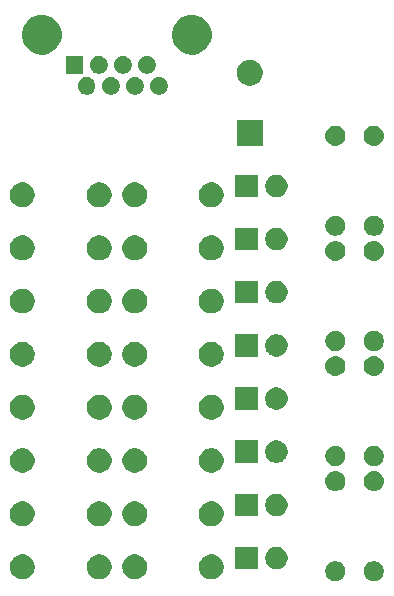
<source format=gbr>
G04 #@! TF.GenerationSoftware,KiCad,Pcbnew,(5.1.4)-1*
G04 #@! TF.CreationDate,2019-12-26T17:04:43+00:00*
G04 #@! TF.ProjectId,SPS-SN2-IOTester,5350532d-534e-4322-9d49-4f5465737465,rev?*
G04 #@! TF.SameCoordinates,Original*
G04 #@! TF.FileFunction,Soldermask,Top*
G04 #@! TF.FilePolarity,Negative*
%FSLAX46Y46*%
G04 Gerber Fmt 4.6, Leading zero omitted, Abs format (unit mm)*
G04 Created by KiCad (PCBNEW (5.1.4)-1) date 2019-12-26 17:04:43*
%MOMM*%
%LPD*%
G04 APERTURE LIST*
%ADD10C,0.100000*%
G04 APERTURE END LIST*
D10*
G36*
X140248228Y-91301703D02*
G01*
X140403100Y-91365853D01*
X140542481Y-91458985D01*
X140661015Y-91577519D01*
X140754147Y-91716900D01*
X140818297Y-91871772D01*
X140851000Y-92036184D01*
X140851000Y-92203816D01*
X140818297Y-92368228D01*
X140754147Y-92523100D01*
X140661015Y-92662481D01*
X140542481Y-92781015D01*
X140403100Y-92874147D01*
X140248228Y-92938297D01*
X140083816Y-92971000D01*
X139916184Y-92971000D01*
X139751772Y-92938297D01*
X139596900Y-92874147D01*
X139457519Y-92781015D01*
X139338985Y-92662481D01*
X139245853Y-92523100D01*
X139181703Y-92368228D01*
X139149000Y-92203816D01*
X139149000Y-92036184D01*
X139181703Y-91871772D01*
X139245853Y-91716900D01*
X139338985Y-91577519D01*
X139457519Y-91458985D01*
X139596900Y-91365853D01*
X139751772Y-91301703D01*
X139916184Y-91269000D01*
X140083816Y-91269000D01*
X140248228Y-91301703D01*
X140248228Y-91301703D01*
G37*
G36*
X136998228Y-91301703D02*
G01*
X137153100Y-91365853D01*
X137292481Y-91458985D01*
X137411015Y-91577519D01*
X137504147Y-91716900D01*
X137568297Y-91871772D01*
X137601000Y-92036184D01*
X137601000Y-92203816D01*
X137568297Y-92368228D01*
X137504147Y-92523100D01*
X137411015Y-92662481D01*
X137292481Y-92781015D01*
X137153100Y-92874147D01*
X136998228Y-92938297D01*
X136833816Y-92971000D01*
X136666184Y-92971000D01*
X136501772Y-92938297D01*
X136346900Y-92874147D01*
X136207519Y-92781015D01*
X136088985Y-92662481D01*
X135995853Y-92523100D01*
X135931703Y-92368228D01*
X135899000Y-92203816D01*
X135899000Y-92036184D01*
X135931703Y-91871772D01*
X135995853Y-91716900D01*
X136088985Y-91577519D01*
X136207519Y-91458985D01*
X136346900Y-91365853D01*
X136501772Y-91301703D01*
X136666184Y-91269000D01*
X136833816Y-91269000D01*
X136998228Y-91301703D01*
X136998228Y-91301703D01*
G37*
G36*
X110556564Y-90739389D02*
G01*
X110747833Y-90818615D01*
X110747835Y-90818616D01*
X110879113Y-90906333D01*
X110919973Y-90933635D01*
X111066365Y-91080027D01*
X111181385Y-91252167D01*
X111260611Y-91443436D01*
X111301000Y-91646484D01*
X111301000Y-91853516D01*
X111260611Y-92056564D01*
X111199618Y-92203815D01*
X111181384Y-92247835D01*
X111066365Y-92419973D01*
X110919973Y-92566365D01*
X110747835Y-92681384D01*
X110747834Y-92681385D01*
X110747833Y-92681385D01*
X110556564Y-92760611D01*
X110353516Y-92801000D01*
X110146484Y-92801000D01*
X109943436Y-92760611D01*
X109752167Y-92681385D01*
X109752166Y-92681385D01*
X109752165Y-92681384D01*
X109580027Y-92566365D01*
X109433635Y-92419973D01*
X109318616Y-92247835D01*
X109300382Y-92203815D01*
X109239389Y-92056564D01*
X109199000Y-91853516D01*
X109199000Y-91646484D01*
X109239389Y-91443436D01*
X109318615Y-91252167D01*
X109433635Y-91080027D01*
X109580027Y-90933635D01*
X109620887Y-90906333D01*
X109752165Y-90818616D01*
X109752167Y-90818615D01*
X109943436Y-90739389D01*
X110146484Y-90699000D01*
X110353516Y-90699000D01*
X110556564Y-90739389D01*
X110556564Y-90739389D01*
G37*
G36*
X120056564Y-90739389D02*
G01*
X120247833Y-90818615D01*
X120247835Y-90818616D01*
X120379113Y-90906333D01*
X120419973Y-90933635D01*
X120566365Y-91080027D01*
X120681385Y-91252167D01*
X120760611Y-91443436D01*
X120801000Y-91646484D01*
X120801000Y-91853516D01*
X120760611Y-92056564D01*
X120699618Y-92203815D01*
X120681384Y-92247835D01*
X120566365Y-92419973D01*
X120419973Y-92566365D01*
X120247835Y-92681384D01*
X120247834Y-92681385D01*
X120247833Y-92681385D01*
X120056564Y-92760611D01*
X119853516Y-92801000D01*
X119646484Y-92801000D01*
X119443436Y-92760611D01*
X119252167Y-92681385D01*
X119252166Y-92681385D01*
X119252165Y-92681384D01*
X119080027Y-92566365D01*
X118933635Y-92419973D01*
X118818616Y-92247835D01*
X118800382Y-92203815D01*
X118739389Y-92056564D01*
X118699000Y-91853516D01*
X118699000Y-91646484D01*
X118739389Y-91443436D01*
X118818615Y-91252167D01*
X118933635Y-91080027D01*
X119080027Y-90933635D01*
X119120887Y-90906333D01*
X119252165Y-90818616D01*
X119252167Y-90818615D01*
X119443436Y-90739389D01*
X119646484Y-90699000D01*
X119853516Y-90699000D01*
X120056564Y-90739389D01*
X120056564Y-90739389D01*
G37*
G36*
X126556564Y-90739389D02*
G01*
X126747833Y-90818615D01*
X126747835Y-90818616D01*
X126879113Y-90906333D01*
X126919973Y-90933635D01*
X127066365Y-91080027D01*
X127181385Y-91252167D01*
X127260611Y-91443436D01*
X127301000Y-91646484D01*
X127301000Y-91853516D01*
X127260611Y-92056564D01*
X127199618Y-92203815D01*
X127181384Y-92247835D01*
X127066365Y-92419973D01*
X126919973Y-92566365D01*
X126747835Y-92681384D01*
X126747834Y-92681385D01*
X126747833Y-92681385D01*
X126556564Y-92760611D01*
X126353516Y-92801000D01*
X126146484Y-92801000D01*
X125943436Y-92760611D01*
X125752167Y-92681385D01*
X125752166Y-92681385D01*
X125752165Y-92681384D01*
X125580027Y-92566365D01*
X125433635Y-92419973D01*
X125318616Y-92247835D01*
X125300382Y-92203815D01*
X125239389Y-92056564D01*
X125199000Y-91853516D01*
X125199000Y-91646484D01*
X125239389Y-91443436D01*
X125318615Y-91252167D01*
X125433635Y-91080027D01*
X125580027Y-90933635D01*
X125620887Y-90906333D01*
X125752165Y-90818616D01*
X125752167Y-90818615D01*
X125943436Y-90739389D01*
X126146484Y-90699000D01*
X126353516Y-90699000D01*
X126556564Y-90739389D01*
X126556564Y-90739389D01*
G37*
G36*
X117056564Y-90739389D02*
G01*
X117247833Y-90818615D01*
X117247835Y-90818616D01*
X117379113Y-90906333D01*
X117419973Y-90933635D01*
X117566365Y-91080027D01*
X117681385Y-91252167D01*
X117760611Y-91443436D01*
X117801000Y-91646484D01*
X117801000Y-91853516D01*
X117760611Y-92056564D01*
X117699618Y-92203815D01*
X117681384Y-92247835D01*
X117566365Y-92419973D01*
X117419973Y-92566365D01*
X117247835Y-92681384D01*
X117247834Y-92681385D01*
X117247833Y-92681385D01*
X117056564Y-92760611D01*
X116853516Y-92801000D01*
X116646484Y-92801000D01*
X116443436Y-92760611D01*
X116252167Y-92681385D01*
X116252166Y-92681385D01*
X116252165Y-92681384D01*
X116080027Y-92566365D01*
X115933635Y-92419973D01*
X115818616Y-92247835D01*
X115800382Y-92203815D01*
X115739389Y-92056564D01*
X115699000Y-91853516D01*
X115699000Y-91646484D01*
X115739389Y-91443436D01*
X115818615Y-91252167D01*
X115933635Y-91080027D01*
X116080027Y-90933635D01*
X116120887Y-90906333D01*
X116252165Y-90818616D01*
X116252167Y-90818615D01*
X116443436Y-90739389D01*
X116646484Y-90699000D01*
X116853516Y-90699000D01*
X117056564Y-90739389D01*
X117056564Y-90739389D01*
G37*
G36*
X130161000Y-91951000D02*
G01*
X128259000Y-91951000D01*
X128259000Y-90049000D01*
X130161000Y-90049000D01*
X130161000Y-91951000D01*
X130161000Y-91951000D01*
G37*
G36*
X132027395Y-90085546D02*
G01*
X132200466Y-90157234D01*
X132200467Y-90157235D01*
X132356227Y-90261310D01*
X132488690Y-90393773D01*
X132488691Y-90393775D01*
X132592766Y-90549534D01*
X132664454Y-90722605D01*
X132701000Y-90906333D01*
X132701000Y-91093667D01*
X132664454Y-91277395D01*
X132592766Y-91450466D01*
X132541081Y-91527818D01*
X132488690Y-91606227D01*
X132356227Y-91738690D01*
X132277818Y-91791081D01*
X132200466Y-91842766D01*
X132027395Y-91914454D01*
X131843667Y-91951000D01*
X131656333Y-91951000D01*
X131472605Y-91914454D01*
X131299534Y-91842766D01*
X131222182Y-91791081D01*
X131143773Y-91738690D01*
X131011310Y-91606227D01*
X130958919Y-91527818D01*
X130907234Y-91450466D01*
X130835546Y-91277395D01*
X130799000Y-91093667D01*
X130799000Y-90906333D01*
X130835546Y-90722605D01*
X130907234Y-90549534D01*
X131011309Y-90393775D01*
X131011310Y-90393773D01*
X131143773Y-90261310D01*
X131299533Y-90157235D01*
X131299534Y-90157234D01*
X131472605Y-90085546D01*
X131656333Y-90049000D01*
X131843667Y-90049000D01*
X132027395Y-90085546D01*
X132027395Y-90085546D01*
G37*
G36*
X120056564Y-86239389D02*
G01*
X120247833Y-86318615D01*
X120247835Y-86318616D01*
X120379113Y-86406333D01*
X120419973Y-86433635D01*
X120566365Y-86580027D01*
X120681385Y-86752167D01*
X120760611Y-86943436D01*
X120801000Y-87146484D01*
X120801000Y-87353516D01*
X120760611Y-87556564D01*
X120681385Y-87747833D01*
X120681384Y-87747835D01*
X120566365Y-87919973D01*
X120419973Y-88066365D01*
X120247835Y-88181384D01*
X120247834Y-88181385D01*
X120247833Y-88181385D01*
X120056564Y-88260611D01*
X119853516Y-88301000D01*
X119646484Y-88301000D01*
X119443436Y-88260611D01*
X119252167Y-88181385D01*
X119252166Y-88181385D01*
X119252165Y-88181384D01*
X119080027Y-88066365D01*
X118933635Y-87919973D01*
X118818616Y-87747835D01*
X118818615Y-87747833D01*
X118739389Y-87556564D01*
X118699000Y-87353516D01*
X118699000Y-87146484D01*
X118739389Y-86943436D01*
X118818615Y-86752167D01*
X118933635Y-86580027D01*
X119080027Y-86433635D01*
X119120887Y-86406333D01*
X119252165Y-86318616D01*
X119252167Y-86318615D01*
X119443436Y-86239389D01*
X119646484Y-86199000D01*
X119853516Y-86199000D01*
X120056564Y-86239389D01*
X120056564Y-86239389D01*
G37*
G36*
X126556564Y-86239389D02*
G01*
X126747833Y-86318615D01*
X126747835Y-86318616D01*
X126879113Y-86406333D01*
X126919973Y-86433635D01*
X127066365Y-86580027D01*
X127181385Y-86752167D01*
X127260611Y-86943436D01*
X127301000Y-87146484D01*
X127301000Y-87353516D01*
X127260611Y-87556564D01*
X127181385Y-87747833D01*
X127181384Y-87747835D01*
X127066365Y-87919973D01*
X126919973Y-88066365D01*
X126747835Y-88181384D01*
X126747834Y-88181385D01*
X126747833Y-88181385D01*
X126556564Y-88260611D01*
X126353516Y-88301000D01*
X126146484Y-88301000D01*
X125943436Y-88260611D01*
X125752167Y-88181385D01*
X125752166Y-88181385D01*
X125752165Y-88181384D01*
X125580027Y-88066365D01*
X125433635Y-87919973D01*
X125318616Y-87747835D01*
X125318615Y-87747833D01*
X125239389Y-87556564D01*
X125199000Y-87353516D01*
X125199000Y-87146484D01*
X125239389Y-86943436D01*
X125318615Y-86752167D01*
X125433635Y-86580027D01*
X125580027Y-86433635D01*
X125620887Y-86406333D01*
X125752165Y-86318616D01*
X125752167Y-86318615D01*
X125943436Y-86239389D01*
X126146484Y-86199000D01*
X126353516Y-86199000D01*
X126556564Y-86239389D01*
X126556564Y-86239389D01*
G37*
G36*
X117056564Y-86239389D02*
G01*
X117247833Y-86318615D01*
X117247835Y-86318616D01*
X117379113Y-86406333D01*
X117419973Y-86433635D01*
X117566365Y-86580027D01*
X117681385Y-86752167D01*
X117760611Y-86943436D01*
X117801000Y-87146484D01*
X117801000Y-87353516D01*
X117760611Y-87556564D01*
X117681385Y-87747833D01*
X117681384Y-87747835D01*
X117566365Y-87919973D01*
X117419973Y-88066365D01*
X117247835Y-88181384D01*
X117247834Y-88181385D01*
X117247833Y-88181385D01*
X117056564Y-88260611D01*
X116853516Y-88301000D01*
X116646484Y-88301000D01*
X116443436Y-88260611D01*
X116252167Y-88181385D01*
X116252166Y-88181385D01*
X116252165Y-88181384D01*
X116080027Y-88066365D01*
X115933635Y-87919973D01*
X115818616Y-87747835D01*
X115818615Y-87747833D01*
X115739389Y-87556564D01*
X115699000Y-87353516D01*
X115699000Y-87146484D01*
X115739389Y-86943436D01*
X115818615Y-86752167D01*
X115933635Y-86580027D01*
X116080027Y-86433635D01*
X116120887Y-86406333D01*
X116252165Y-86318616D01*
X116252167Y-86318615D01*
X116443436Y-86239389D01*
X116646484Y-86199000D01*
X116853516Y-86199000D01*
X117056564Y-86239389D01*
X117056564Y-86239389D01*
G37*
G36*
X110556564Y-86239389D02*
G01*
X110747833Y-86318615D01*
X110747835Y-86318616D01*
X110879113Y-86406333D01*
X110919973Y-86433635D01*
X111066365Y-86580027D01*
X111181385Y-86752167D01*
X111260611Y-86943436D01*
X111301000Y-87146484D01*
X111301000Y-87353516D01*
X111260611Y-87556564D01*
X111181385Y-87747833D01*
X111181384Y-87747835D01*
X111066365Y-87919973D01*
X110919973Y-88066365D01*
X110747835Y-88181384D01*
X110747834Y-88181385D01*
X110747833Y-88181385D01*
X110556564Y-88260611D01*
X110353516Y-88301000D01*
X110146484Y-88301000D01*
X109943436Y-88260611D01*
X109752167Y-88181385D01*
X109752166Y-88181385D01*
X109752165Y-88181384D01*
X109580027Y-88066365D01*
X109433635Y-87919973D01*
X109318616Y-87747835D01*
X109318615Y-87747833D01*
X109239389Y-87556564D01*
X109199000Y-87353516D01*
X109199000Y-87146484D01*
X109239389Y-86943436D01*
X109318615Y-86752167D01*
X109433635Y-86580027D01*
X109580027Y-86433635D01*
X109620887Y-86406333D01*
X109752165Y-86318616D01*
X109752167Y-86318615D01*
X109943436Y-86239389D01*
X110146484Y-86199000D01*
X110353516Y-86199000D01*
X110556564Y-86239389D01*
X110556564Y-86239389D01*
G37*
G36*
X132027395Y-85585546D02*
G01*
X132200466Y-85657234D01*
X132200467Y-85657235D01*
X132356227Y-85761310D01*
X132488690Y-85893773D01*
X132488691Y-85893775D01*
X132592766Y-86049534D01*
X132664454Y-86222605D01*
X132701000Y-86406333D01*
X132701000Y-86593667D01*
X132664454Y-86777395D01*
X132592766Y-86950466D01*
X132592765Y-86950467D01*
X132488690Y-87106227D01*
X132356227Y-87238690D01*
X132277818Y-87291081D01*
X132200466Y-87342766D01*
X132027395Y-87414454D01*
X131843667Y-87451000D01*
X131656333Y-87451000D01*
X131472605Y-87414454D01*
X131299534Y-87342766D01*
X131222182Y-87291081D01*
X131143773Y-87238690D01*
X131011310Y-87106227D01*
X130907235Y-86950467D01*
X130907234Y-86950466D01*
X130835546Y-86777395D01*
X130799000Y-86593667D01*
X130799000Y-86406333D01*
X130835546Y-86222605D01*
X130907234Y-86049534D01*
X131011309Y-85893775D01*
X131011310Y-85893773D01*
X131143773Y-85761310D01*
X131299533Y-85657235D01*
X131299534Y-85657234D01*
X131472605Y-85585546D01*
X131656333Y-85549000D01*
X131843667Y-85549000D01*
X132027395Y-85585546D01*
X132027395Y-85585546D01*
G37*
G36*
X130161000Y-87451000D02*
G01*
X128259000Y-87451000D01*
X128259000Y-85549000D01*
X130161000Y-85549000D01*
X130161000Y-87451000D01*
X130161000Y-87451000D01*
G37*
G36*
X140166823Y-83661313D02*
G01*
X140327242Y-83709976D01*
X140421971Y-83760610D01*
X140475078Y-83788996D01*
X140604659Y-83895341D01*
X140711004Y-84024922D01*
X140711005Y-84024924D01*
X140790024Y-84172758D01*
X140838687Y-84333177D01*
X140855117Y-84500000D01*
X140838687Y-84666823D01*
X140790024Y-84827242D01*
X140719114Y-84959906D01*
X140711004Y-84975078D01*
X140604659Y-85104659D01*
X140475078Y-85211004D01*
X140475076Y-85211005D01*
X140327242Y-85290024D01*
X140166823Y-85338687D01*
X140041804Y-85351000D01*
X139958196Y-85351000D01*
X139833177Y-85338687D01*
X139672758Y-85290024D01*
X139524924Y-85211005D01*
X139524922Y-85211004D01*
X139395341Y-85104659D01*
X139288996Y-84975078D01*
X139280886Y-84959906D01*
X139209976Y-84827242D01*
X139161313Y-84666823D01*
X139144883Y-84500000D01*
X139161313Y-84333177D01*
X139209976Y-84172758D01*
X139288995Y-84024924D01*
X139288996Y-84024922D01*
X139395341Y-83895341D01*
X139524922Y-83788996D01*
X139578029Y-83760610D01*
X139672758Y-83709976D01*
X139833177Y-83661313D01*
X139958196Y-83649000D01*
X140041804Y-83649000D01*
X140166823Y-83661313D01*
X140166823Y-83661313D01*
G37*
G36*
X136916823Y-83661313D02*
G01*
X137077242Y-83709976D01*
X137171971Y-83760610D01*
X137225078Y-83788996D01*
X137354659Y-83895341D01*
X137461004Y-84024922D01*
X137461005Y-84024924D01*
X137540024Y-84172758D01*
X137588687Y-84333177D01*
X137605117Y-84500000D01*
X137588687Y-84666823D01*
X137540024Y-84827242D01*
X137469114Y-84959906D01*
X137461004Y-84975078D01*
X137354659Y-85104659D01*
X137225078Y-85211004D01*
X137225076Y-85211005D01*
X137077242Y-85290024D01*
X136916823Y-85338687D01*
X136791804Y-85351000D01*
X136708196Y-85351000D01*
X136583177Y-85338687D01*
X136422758Y-85290024D01*
X136274924Y-85211005D01*
X136274922Y-85211004D01*
X136145341Y-85104659D01*
X136038996Y-84975078D01*
X136030886Y-84959906D01*
X135959976Y-84827242D01*
X135911313Y-84666823D01*
X135894883Y-84500000D01*
X135911313Y-84333177D01*
X135959976Y-84172758D01*
X136038995Y-84024924D01*
X136038996Y-84024922D01*
X136145341Y-83895341D01*
X136274922Y-83788996D01*
X136328029Y-83760610D01*
X136422758Y-83709976D01*
X136583177Y-83661313D01*
X136708196Y-83649000D01*
X136791804Y-83649000D01*
X136916823Y-83661313D01*
X136916823Y-83661313D01*
G37*
G36*
X126556564Y-81739389D02*
G01*
X126747833Y-81818615D01*
X126747835Y-81818616D01*
X126879113Y-81906333D01*
X126919973Y-81933635D01*
X127066365Y-82080027D01*
X127181385Y-82252167D01*
X127260611Y-82443436D01*
X127301000Y-82646484D01*
X127301000Y-82853516D01*
X127260611Y-83056564D01*
X127181385Y-83247833D01*
X127181384Y-83247835D01*
X127066365Y-83419973D01*
X126919973Y-83566365D01*
X126747835Y-83681384D01*
X126747834Y-83681385D01*
X126747833Y-83681385D01*
X126556564Y-83760611D01*
X126353516Y-83801000D01*
X126146484Y-83801000D01*
X125943436Y-83760611D01*
X125752167Y-83681385D01*
X125752166Y-83681385D01*
X125752165Y-83681384D01*
X125580027Y-83566365D01*
X125433635Y-83419973D01*
X125318616Y-83247835D01*
X125318615Y-83247833D01*
X125239389Y-83056564D01*
X125199000Y-82853516D01*
X125199000Y-82646484D01*
X125239389Y-82443436D01*
X125318615Y-82252167D01*
X125433635Y-82080027D01*
X125580027Y-81933635D01*
X125620887Y-81906333D01*
X125752165Y-81818616D01*
X125752167Y-81818615D01*
X125943436Y-81739389D01*
X126146484Y-81699000D01*
X126353516Y-81699000D01*
X126556564Y-81739389D01*
X126556564Y-81739389D01*
G37*
G36*
X110556564Y-81739389D02*
G01*
X110747833Y-81818615D01*
X110747835Y-81818616D01*
X110879113Y-81906333D01*
X110919973Y-81933635D01*
X111066365Y-82080027D01*
X111181385Y-82252167D01*
X111260611Y-82443436D01*
X111301000Y-82646484D01*
X111301000Y-82853516D01*
X111260611Y-83056564D01*
X111181385Y-83247833D01*
X111181384Y-83247835D01*
X111066365Y-83419973D01*
X110919973Y-83566365D01*
X110747835Y-83681384D01*
X110747834Y-83681385D01*
X110747833Y-83681385D01*
X110556564Y-83760611D01*
X110353516Y-83801000D01*
X110146484Y-83801000D01*
X109943436Y-83760611D01*
X109752167Y-83681385D01*
X109752166Y-83681385D01*
X109752165Y-83681384D01*
X109580027Y-83566365D01*
X109433635Y-83419973D01*
X109318616Y-83247835D01*
X109318615Y-83247833D01*
X109239389Y-83056564D01*
X109199000Y-82853516D01*
X109199000Y-82646484D01*
X109239389Y-82443436D01*
X109318615Y-82252167D01*
X109433635Y-82080027D01*
X109580027Y-81933635D01*
X109620887Y-81906333D01*
X109752165Y-81818616D01*
X109752167Y-81818615D01*
X109943436Y-81739389D01*
X110146484Y-81699000D01*
X110353516Y-81699000D01*
X110556564Y-81739389D01*
X110556564Y-81739389D01*
G37*
G36*
X120056564Y-81739389D02*
G01*
X120247833Y-81818615D01*
X120247835Y-81818616D01*
X120379113Y-81906333D01*
X120419973Y-81933635D01*
X120566365Y-82080027D01*
X120681385Y-82252167D01*
X120760611Y-82443436D01*
X120801000Y-82646484D01*
X120801000Y-82853516D01*
X120760611Y-83056564D01*
X120681385Y-83247833D01*
X120681384Y-83247835D01*
X120566365Y-83419973D01*
X120419973Y-83566365D01*
X120247835Y-83681384D01*
X120247834Y-83681385D01*
X120247833Y-83681385D01*
X120056564Y-83760611D01*
X119853516Y-83801000D01*
X119646484Y-83801000D01*
X119443436Y-83760611D01*
X119252167Y-83681385D01*
X119252166Y-83681385D01*
X119252165Y-83681384D01*
X119080027Y-83566365D01*
X118933635Y-83419973D01*
X118818616Y-83247835D01*
X118818615Y-83247833D01*
X118739389Y-83056564D01*
X118699000Y-82853516D01*
X118699000Y-82646484D01*
X118739389Y-82443436D01*
X118818615Y-82252167D01*
X118933635Y-82080027D01*
X119080027Y-81933635D01*
X119120887Y-81906333D01*
X119252165Y-81818616D01*
X119252167Y-81818615D01*
X119443436Y-81739389D01*
X119646484Y-81699000D01*
X119853516Y-81699000D01*
X120056564Y-81739389D01*
X120056564Y-81739389D01*
G37*
G36*
X117056564Y-81739389D02*
G01*
X117247833Y-81818615D01*
X117247835Y-81818616D01*
X117379113Y-81906333D01*
X117419973Y-81933635D01*
X117566365Y-82080027D01*
X117681385Y-82252167D01*
X117760611Y-82443436D01*
X117801000Y-82646484D01*
X117801000Y-82853516D01*
X117760611Y-83056564D01*
X117681385Y-83247833D01*
X117681384Y-83247835D01*
X117566365Y-83419973D01*
X117419973Y-83566365D01*
X117247835Y-83681384D01*
X117247834Y-83681385D01*
X117247833Y-83681385D01*
X117056564Y-83760611D01*
X116853516Y-83801000D01*
X116646484Y-83801000D01*
X116443436Y-83760611D01*
X116252167Y-83681385D01*
X116252166Y-83681385D01*
X116252165Y-83681384D01*
X116080027Y-83566365D01*
X115933635Y-83419973D01*
X115818616Y-83247835D01*
X115818615Y-83247833D01*
X115739389Y-83056564D01*
X115699000Y-82853516D01*
X115699000Y-82646484D01*
X115739389Y-82443436D01*
X115818615Y-82252167D01*
X115933635Y-82080027D01*
X116080027Y-81933635D01*
X116120887Y-81906333D01*
X116252165Y-81818616D01*
X116252167Y-81818615D01*
X116443436Y-81739389D01*
X116646484Y-81699000D01*
X116853516Y-81699000D01*
X117056564Y-81739389D01*
X117056564Y-81739389D01*
G37*
G36*
X136998228Y-81551703D02*
G01*
X137153100Y-81615853D01*
X137292481Y-81708985D01*
X137411015Y-81827519D01*
X137504147Y-81966900D01*
X137568297Y-82121772D01*
X137601000Y-82286184D01*
X137601000Y-82453816D01*
X137568297Y-82618228D01*
X137504147Y-82773100D01*
X137411015Y-82912481D01*
X137292481Y-83031015D01*
X137153100Y-83124147D01*
X136998228Y-83188297D01*
X136833816Y-83221000D01*
X136666184Y-83221000D01*
X136501772Y-83188297D01*
X136346900Y-83124147D01*
X136207519Y-83031015D01*
X136088985Y-82912481D01*
X135995853Y-82773100D01*
X135931703Y-82618228D01*
X135899000Y-82453816D01*
X135899000Y-82286184D01*
X135931703Y-82121772D01*
X135995853Y-81966900D01*
X136088985Y-81827519D01*
X136207519Y-81708985D01*
X136346900Y-81615853D01*
X136501772Y-81551703D01*
X136666184Y-81519000D01*
X136833816Y-81519000D01*
X136998228Y-81551703D01*
X136998228Y-81551703D01*
G37*
G36*
X140248228Y-81551703D02*
G01*
X140403100Y-81615853D01*
X140542481Y-81708985D01*
X140661015Y-81827519D01*
X140754147Y-81966900D01*
X140818297Y-82121772D01*
X140851000Y-82286184D01*
X140851000Y-82453816D01*
X140818297Y-82618228D01*
X140754147Y-82773100D01*
X140661015Y-82912481D01*
X140542481Y-83031015D01*
X140403100Y-83124147D01*
X140248228Y-83188297D01*
X140083816Y-83221000D01*
X139916184Y-83221000D01*
X139751772Y-83188297D01*
X139596900Y-83124147D01*
X139457519Y-83031015D01*
X139338985Y-82912481D01*
X139245853Y-82773100D01*
X139181703Y-82618228D01*
X139149000Y-82453816D01*
X139149000Y-82286184D01*
X139181703Y-82121772D01*
X139245853Y-81966900D01*
X139338985Y-81827519D01*
X139457519Y-81708985D01*
X139596900Y-81615853D01*
X139751772Y-81551703D01*
X139916184Y-81519000D01*
X140083816Y-81519000D01*
X140248228Y-81551703D01*
X140248228Y-81551703D01*
G37*
G36*
X132027395Y-81085546D02*
G01*
X132200466Y-81157234D01*
X132200467Y-81157235D01*
X132356227Y-81261310D01*
X132488690Y-81393773D01*
X132488691Y-81393775D01*
X132592766Y-81549534D01*
X132664454Y-81722605D01*
X132701000Y-81906333D01*
X132701000Y-82093667D01*
X132664454Y-82277395D01*
X132592766Y-82450466D01*
X132541081Y-82527818D01*
X132488690Y-82606227D01*
X132356227Y-82738690D01*
X132277818Y-82791081D01*
X132200466Y-82842766D01*
X132027395Y-82914454D01*
X131843667Y-82951000D01*
X131656333Y-82951000D01*
X131472605Y-82914454D01*
X131299534Y-82842766D01*
X131222182Y-82791081D01*
X131143773Y-82738690D01*
X131011310Y-82606227D01*
X130958919Y-82527818D01*
X130907234Y-82450466D01*
X130835546Y-82277395D01*
X130799000Y-82093667D01*
X130799000Y-81906333D01*
X130835546Y-81722605D01*
X130907234Y-81549534D01*
X131011309Y-81393775D01*
X131011310Y-81393773D01*
X131143773Y-81261310D01*
X131299533Y-81157235D01*
X131299534Y-81157234D01*
X131472605Y-81085546D01*
X131656333Y-81049000D01*
X131843667Y-81049000D01*
X132027395Y-81085546D01*
X132027395Y-81085546D01*
G37*
G36*
X130161000Y-82951000D02*
G01*
X128259000Y-82951000D01*
X128259000Y-81049000D01*
X130161000Y-81049000D01*
X130161000Y-82951000D01*
X130161000Y-82951000D01*
G37*
G36*
X110556564Y-77239389D02*
G01*
X110747833Y-77318615D01*
X110747835Y-77318616D01*
X110879113Y-77406333D01*
X110919973Y-77433635D01*
X111066365Y-77580027D01*
X111181385Y-77752167D01*
X111260611Y-77943436D01*
X111301000Y-78146484D01*
X111301000Y-78353516D01*
X111260611Y-78556564D01*
X111181385Y-78747833D01*
X111181384Y-78747835D01*
X111066365Y-78919973D01*
X110919973Y-79066365D01*
X110747835Y-79181384D01*
X110747834Y-79181385D01*
X110747833Y-79181385D01*
X110556564Y-79260611D01*
X110353516Y-79301000D01*
X110146484Y-79301000D01*
X109943436Y-79260611D01*
X109752167Y-79181385D01*
X109752166Y-79181385D01*
X109752165Y-79181384D01*
X109580027Y-79066365D01*
X109433635Y-78919973D01*
X109318616Y-78747835D01*
X109318615Y-78747833D01*
X109239389Y-78556564D01*
X109199000Y-78353516D01*
X109199000Y-78146484D01*
X109239389Y-77943436D01*
X109318615Y-77752167D01*
X109433635Y-77580027D01*
X109580027Y-77433635D01*
X109620887Y-77406333D01*
X109752165Y-77318616D01*
X109752167Y-77318615D01*
X109943436Y-77239389D01*
X110146484Y-77199000D01*
X110353516Y-77199000D01*
X110556564Y-77239389D01*
X110556564Y-77239389D01*
G37*
G36*
X126556564Y-77239389D02*
G01*
X126747833Y-77318615D01*
X126747835Y-77318616D01*
X126879113Y-77406333D01*
X126919973Y-77433635D01*
X127066365Y-77580027D01*
X127181385Y-77752167D01*
X127260611Y-77943436D01*
X127301000Y-78146484D01*
X127301000Y-78353516D01*
X127260611Y-78556564D01*
X127181385Y-78747833D01*
X127181384Y-78747835D01*
X127066365Y-78919973D01*
X126919973Y-79066365D01*
X126747835Y-79181384D01*
X126747834Y-79181385D01*
X126747833Y-79181385D01*
X126556564Y-79260611D01*
X126353516Y-79301000D01*
X126146484Y-79301000D01*
X125943436Y-79260611D01*
X125752167Y-79181385D01*
X125752166Y-79181385D01*
X125752165Y-79181384D01*
X125580027Y-79066365D01*
X125433635Y-78919973D01*
X125318616Y-78747835D01*
X125318615Y-78747833D01*
X125239389Y-78556564D01*
X125199000Y-78353516D01*
X125199000Y-78146484D01*
X125239389Y-77943436D01*
X125318615Y-77752167D01*
X125433635Y-77580027D01*
X125580027Y-77433635D01*
X125620887Y-77406333D01*
X125752165Y-77318616D01*
X125752167Y-77318615D01*
X125943436Y-77239389D01*
X126146484Y-77199000D01*
X126353516Y-77199000D01*
X126556564Y-77239389D01*
X126556564Y-77239389D01*
G37*
G36*
X120056564Y-77239389D02*
G01*
X120247833Y-77318615D01*
X120247835Y-77318616D01*
X120379113Y-77406333D01*
X120419973Y-77433635D01*
X120566365Y-77580027D01*
X120681385Y-77752167D01*
X120760611Y-77943436D01*
X120801000Y-78146484D01*
X120801000Y-78353516D01*
X120760611Y-78556564D01*
X120681385Y-78747833D01*
X120681384Y-78747835D01*
X120566365Y-78919973D01*
X120419973Y-79066365D01*
X120247835Y-79181384D01*
X120247834Y-79181385D01*
X120247833Y-79181385D01*
X120056564Y-79260611D01*
X119853516Y-79301000D01*
X119646484Y-79301000D01*
X119443436Y-79260611D01*
X119252167Y-79181385D01*
X119252166Y-79181385D01*
X119252165Y-79181384D01*
X119080027Y-79066365D01*
X118933635Y-78919973D01*
X118818616Y-78747835D01*
X118818615Y-78747833D01*
X118739389Y-78556564D01*
X118699000Y-78353516D01*
X118699000Y-78146484D01*
X118739389Y-77943436D01*
X118818615Y-77752167D01*
X118933635Y-77580027D01*
X119080027Y-77433635D01*
X119120887Y-77406333D01*
X119252165Y-77318616D01*
X119252167Y-77318615D01*
X119443436Y-77239389D01*
X119646484Y-77199000D01*
X119853516Y-77199000D01*
X120056564Y-77239389D01*
X120056564Y-77239389D01*
G37*
G36*
X117056564Y-77239389D02*
G01*
X117247833Y-77318615D01*
X117247835Y-77318616D01*
X117379113Y-77406333D01*
X117419973Y-77433635D01*
X117566365Y-77580027D01*
X117681385Y-77752167D01*
X117760611Y-77943436D01*
X117801000Y-78146484D01*
X117801000Y-78353516D01*
X117760611Y-78556564D01*
X117681385Y-78747833D01*
X117681384Y-78747835D01*
X117566365Y-78919973D01*
X117419973Y-79066365D01*
X117247835Y-79181384D01*
X117247834Y-79181385D01*
X117247833Y-79181385D01*
X117056564Y-79260611D01*
X116853516Y-79301000D01*
X116646484Y-79301000D01*
X116443436Y-79260611D01*
X116252167Y-79181385D01*
X116252166Y-79181385D01*
X116252165Y-79181384D01*
X116080027Y-79066365D01*
X115933635Y-78919973D01*
X115818616Y-78747835D01*
X115818615Y-78747833D01*
X115739389Y-78556564D01*
X115699000Y-78353516D01*
X115699000Y-78146484D01*
X115739389Y-77943436D01*
X115818615Y-77752167D01*
X115933635Y-77580027D01*
X116080027Y-77433635D01*
X116120887Y-77406333D01*
X116252165Y-77318616D01*
X116252167Y-77318615D01*
X116443436Y-77239389D01*
X116646484Y-77199000D01*
X116853516Y-77199000D01*
X117056564Y-77239389D01*
X117056564Y-77239389D01*
G37*
G36*
X130161000Y-78451000D02*
G01*
X128259000Y-78451000D01*
X128259000Y-76549000D01*
X130161000Y-76549000D01*
X130161000Y-78451000D01*
X130161000Y-78451000D01*
G37*
G36*
X132027395Y-76585546D02*
G01*
X132200466Y-76657234D01*
X132200467Y-76657235D01*
X132356227Y-76761310D01*
X132488690Y-76893773D01*
X132488691Y-76893775D01*
X132592766Y-77049534D01*
X132664454Y-77222605D01*
X132701000Y-77406333D01*
X132701000Y-77593667D01*
X132664454Y-77777395D01*
X132592766Y-77950466D01*
X132592765Y-77950467D01*
X132488690Y-78106227D01*
X132356227Y-78238690D01*
X132277818Y-78291081D01*
X132200466Y-78342766D01*
X132027395Y-78414454D01*
X131843667Y-78451000D01*
X131656333Y-78451000D01*
X131472605Y-78414454D01*
X131299534Y-78342766D01*
X131222182Y-78291081D01*
X131143773Y-78238690D01*
X131011310Y-78106227D01*
X130907235Y-77950467D01*
X130907234Y-77950466D01*
X130835546Y-77777395D01*
X130799000Y-77593667D01*
X130799000Y-77406333D01*
X130835546Y-77222605D01*
X130907234Y-77049534D01*
X131011309Y-76893775D01*
X131011310Y-76893773D01*
X131143773Y-76761310D01*
X131299533Y-76657235D01*
X131299534Y-76657234D01*
X131472605Y-76585546D01*
X131656333Y-76549000D01*
X131843667Y-76549000D01*
X132027395Y-76585546D01*
X132027395Y-76585546D01*
G37*
G36*
X140166823Y-73911313D02*
G01*
X140327242Y-73959976D01*
X140459906Y-74030886D01*
X140475078Y-74038996D01*
X140604659Y-74145341D01*
X140711004Y-74274922D01*
X140711005Y-74274924D01*
X140790024Y-74422758D01*
X140838687Y-74583177D01*
X140855117Y-74750000D01*
X140838687Y-74916823D01*
X140790024Y-75077242D01*
X140719114Y-75209906D01*
X140711004Y-75225078D01*
X140604659Y-75354659D01*
X140475078Y-75461004D01*
X140475076Y-75461005D01*
X140327242Y-75540024D01*
X140166823Y-75588687D01*
X140041804Y-75601000D01*
X139958196Y-75601000D01*
X139833177Y-75588687D01*
X139672758Y-75540024D01*
X139524924Y-75461005D01*
X139524922Y-75461004D01*
X139395341Y-75354659D01*
X139288996Y-75225078D01*
X139280886Y-75209906D01*
X139209976Y-75077242D01*
X139161313Y-74916823D01*
X139144883Y-74750000D01*
X139161313Y-74583177D01*
X139209976Y-74422758D01*
X139288995Y-74274924D01*
X139288996Y-74274922D01*
X139395341Y-74145341D01*
X139524922Y-74038996D01*
X139540094Y-74030886D01*
X139672758Y-73959976D01*
X139833177Y-73911313D01*
X139958196Y-73899000D01*
X140041804Y-73899000D01*
X140166823Y-73911313D01*
X140166823Y-73911313D01*
G37*
G36*
X136916823Y-73911313D02*
G01*
X137077242Y-73959976D01*
X137209906Y-74030886D01*
X137225078Y-74038996D01*
X137354659Y-74145341D01*
X137461004Y-74274922D01*
X137461005Y-74274924D01*
X137540024Y-74422758D01*
X137588687Y-74583177D01*
X137605117Y-74750000D01*
X137588687Y-74916823D01*
X137540024Y-75077242D01*
X137469114Y-75209906D01*
X137461004Y-75225078D01*
X137354659Y-75354659D01*
X137225078Y-75461004D01*
X137225076Y-75461005D01*
X137077242Y-75540024D01*
X136916823Y-75588687D01*
X136791804Y-75601000D01*
X136708196Y-75601000D01*
X136583177Y-75588687D01*
X136422758Y-75540024D01*
X136274924Y-75461005D01*
X136274922Y-75461004D01*
X136145341Y-75354659D01*
X136038996Y-75225078D01*
X136030886Y-75209906D01*
X135959976Y-75077242D01*
X135911313Y-74916823D01*
X135894883Y-74750000D01*
X135911313Y-74583177D01*
X135959976Y-74422758D01*
X136038995Y-74274924D01*
X136038996Y-74274922D01*
X136145341Y-74145341D01*
X136274922Y-74038996D01*
X136290094Y-74030886D01*
X136422758Y-73959976D01*
X136583177Y-73911313D01*
X136708196Y-73899000D01*
X136791804Y-73899000D01*
X136916823Y-73911313D01*
X136916823Y-73911313D01*
G37*
G36*
X110556564Y-72739389D02*
G01*
X110747833Y-72818615D01*
X110747835Y-72818616D01*
X110822086Y-72868229D01*
X110919973Y-72933635D01*
X111066365Y-73080027D01*
X111181385Y-73252167D01*
X111260611Y-73443436D01*
X111301000Y-73646484D01*
X111301000Y-73853516D01*
X111260611Y-74056564D01*
X111223838Y-74145341D01*
X111181384Y-74247835D01*
X111066365Y-74419973D01*
X110919973Y-74566365D01*
X110747835Y-74681384D01*
X110747834Y-74681385D01*
X110747833Y-74681385D01*
X110556564Y-74760611D01*
X110353516Y-74801000D01*
X110146484Y-74801000D01*
X109943436Y-74760611D01*
X109752167Y-74681385D01*
X109752166Y-74681385D01*
X109752165Y-74681384D01*
X109580027Y-74566365D01*
X109433635Y-74419973D01*
X109318616Y-74247835D01*
X109276162Y-74145341D01*
X109239389Y-74056564D01*
X109199000Y-73853516D01*
X109199000Y-73646484D01*
X109239389Y-73443436D01*
X109318615Y-73252167D01*
X109433635Y-73080027D01*
X109580027Y-72933635D01*
X109677914Y-72868229D01*
X109752165Y-72818616D01*
X109752167Y-72818615D01*
X109943436Y-72739389D01*
X110146484Y-72699000D01*
X110353516Y-72699000D01*
X110556564Y-72739389D01*
X110556564Y-72739389D01*
G37*
G36*
X126556564Y-72739389D02*
G01*
X126747833Y-72818615D01*
X126747835Y-72818616D01*
X126822086Y-72868229D01*
X126919973Y-72933635D01*
X127066365Y-73080027D01*
X127181385Y-73252167D01*
X127260611Y-73443436D01*
X127301000Y-73646484D01*
X127301000Y-73853516D01*
X127260611Y-74056564D01*
X127223838Y-74145341D01*
X127181384Y-74247835D01*
X127066365Y-74419973D01*
X126919973Y-74566365D01*
X126747835Y-74681384D01*
X126747834Y-74681385D01*
X126747833Y-74681385D01*
X126556564Y-74760611D01*
X126353516Y-74801000D01*
X126146484Y-74801000D01*
X125943436Y-74760611D01*
X125752167Y-74681385D01*
X125752166Y-74681385D01*
X125752165Y-74681384D01*
X125580027Y-74566365D01*
X125433635Y-74419973D01*
X125318616Y-74247835D01*
X125276162Y-74145341D01*
X125239389Y-74056564D01*
X125199000Y-73853516D01*
X125199000Y-73646484D01*
X125239389Y-73443436D01*
X125318615Y-73252167D01*
X125433635Y-73080027D01*
X125580027Y-72933635D01*
X125677914Y-72868229D01*
X125752165Y-72818616D01*
X125752167Y-72818615D01*
X125943436Y-72739389D01*
X126146484Y-72699000D01*
X126353516Y-72699000D01*
X126556564Y-72739389D01*
X126556564Y-72739389D01*
G37*
G36*
X120056564Y-72739389D02*
G01*
X120247833Y-72818615D01*
X120247835Y-72818616D01*
X120322086Y-72868229D01*
X120419973Y-72933635D01*
X120566365Y-73080027D01*
X120681385Y-73252167D01*
X120760611Y-73443436D01*
X120801000Y-73646484D01*
X120801000Y-73853516D01*
X120760611Y-74056564D01*
X120723838Y-74145341D01*
X120681384Y-74247835D01*
X120566365Y-74419973D01*
X120419973Y-74566365D01*
X120247835Y-74681384D01*
X120247834Y-74681385D01*
X120247833Y-74681385D01*
X120056564Y-74760611D01*
X119853516Y-74801000D01*
X119646484Y-74801000D01*
X119443436Y-74760611D01*
X119252167Y-74681385D01*
X119252166Y-74681385D01*
X119252165Y-74681384D01*
X119080027Y-74566365D01*
X118933635Y-74419973D01*
X118818616Y-74247835D01*
X118776162Y-74145341D01*
X118739389Y-74056564D01*
X118699000Y-73853516D01*
X118699000Y-73646484D01*
X118739389Y-73443436D01*
X118818615Y-73252167D01*
X118933635Y-73080027D01*
X119080027Y-72933635D01*
X119177914Y-72868229D01*
X119252165Y-72818616D01*
X119252167Y-72818615D01*
X119443436Y-72739389D01*
X119646484Y-72699000D01*
X119853516Y-72699000D01*
X120056564Y-72739389D01*
X120056564Y-72739389D01*
G37*
G36*
X117056564Y-72739389D02*
G01*
X117247833Y-72818615D01*
X117247835Y-72818616D01*
X117322086Y-72868229D01*
X117419973Y-72933635D01*
X117566365Y-73080027D01*
X117681385Y-73252167D01*
X117760611Y-73443436D01*
X117801000Y-73646484D01*
X117801000Y-73853516D01*
X117760611Y-74056564D01*
X117723838Y-74145341D01*
X117681384Y-74247835D01*
X117566365Y-74419973D01*
X117419973Y-74566365D01*
X117247835Y-74681384D01*
X117247834Y-74681385D01*
X117247833Y-74681385D01*
X117056564Y-74760611D01*
X116853516Y-74801000D01*
X116646484Y-74801000D01*
X116443436Y-74760611D01*
X116252167Y-74681385D01*
X116252166Y-74681385D01*
X116252165Y-74681384D01*
X116080027Y-74566365D01*
X115933635Y-74419973D01*
X115818616Y-74247835D01*
X115776162Y-74145341D01*
X115739389Y-74056564D01*
X115699000Y-73853516D01*
X115699000Y-73646484D01*
X115739389Y-73443436D01*
X115818615Y-73252167D01*
X115933635Y-73080027D01*
X116080027Y-72933635D01*
X116177914Y-72868229D01*
X116252165Y-72818616D01*
X116252167Y-72818615D01*
X116443436Y-72739389D01*
X116646484Y-72699000D01*
X116853516Y-72699000D01*
X117056564Y-72739389D01*
X117056564Y-72739389D01*
G37*
G36*
X130161000Y-73951000D02*
G01*
X128259000Y-73951000D01*
X128259000Y-72049000D01*
X130161000Y-72049000D01*
X130161000Y-73951000D01*
X130161000Y-73951000D01*
G37*
G36*
X132027395Y-72085546D02*
G01*
X132200466Y-72157234D01*
X132200467Y-72157235D01*
X132356227Y-72261310D01*
X132488690Y-72393773D01*
X132488691Y-72393775D01*
X132592766Y-72549534D01*
X132664454Y-72722605D01*
X132701000Y-72906333D01*
X132701000Y-73093667D01*
X132664454Y-73277395D01*
X132592766Y-73450466D01*
X132541081Y-73527818D01*
X132488690Y-73606227D01*
X132356227Y-73738690D01*
X132277818Y-73791081D01*
X132200466Y-73842766D01*
X132027395Y-73914454D01*
X131843667Y-73951000D01*
X131656333Y-73951000D01*
X131472605Y-73914454D01*
X131299534Y-73842766D01*
X131222182Y-73791081D01*
X131143773Y-73738690D01*
X131011310Y-73606227D01*
X130958919Y-73527818D01*
X130907234Y-73450466D01*
X130835546Y-73277395D01*
X130799000Y-73093667D01*
X130799000Y-72906333D01*
X130835546Y-72722605D01*
X130907234Y-72549534D01*
X131011309Y-72393775D01*
X131011310Y-72393773D01*
X131143773Y-72261310D01*
X131299533Y-72157235D01*
X131299534Y-72157234D01*
X131472605Y-72085546D01*
X131656333Y-72049000D01*
X131843667Y-72049000D01*
X132027395Y-72085546D01*
X132027395Y-72085546D01*
G37*
G36*
X140248228Y-71801703D02*
G01*
X140403100Y-71865853D01*
X140542481Y-71958985D01*
X140661015Y-72077519D01*
X140754147Y-72216900D01*
X140818297Y-72371772D01*
X140851000Y-72536184D01*
X140851000Y-72703816D01*
X140818297Y-72868228D01*
X140754147Y-73023100D01*
X140661015Y-73162481D01*
X140542481Y-73281015D01*
X140403100Y-73374147D01*
X140248228Y-73438297D01*
X140083816Y-73471000D01*
X139916184Y-73471000D01*
X139751772Y-73438297D01*
X139596900Y-73374147D01*
X139457519Y-73281015D01*
X139338985Y-73162481D01*
X139245853Y-73023100D01*
X139181703Y-72868228D01*
X139149000Y-72703816D01*
X139149000Y-72536184D01*
X139181703Y-72371772D01*
X139245853Y-72216900D01*
X139338985Y-72077519D01*
X139457519Y-71958985D01*
X139596900Y-71865853D01*
X139751772Y-71801703D01*
X139916184Y-71769000D01*
X140083816Y-71769000D01*
X140248228Y-71801703D01*
X140248228Y-71801703D01*
G37*
G36*
X136998228Y-71801703D02*
G01*
X137153100Y-71865853D01*
X137292481Y-71958985D01*
X137411015Y-72077519D01*
X137504147Y-72216900D01*
X137568297Y-72371772D01*
X137601000Y-72536184D01*
X137601000Y-72703816D01*
X137568297Y-72868228D01*
X137504147Y-73023100D01*
X137411015Y-73162481D01*
X137292481Y-73281015D01*
X137153100Y-73374147D01*
X136998228Y-73438297D01*
X136833816Y-73471000D01*
X136666184Y-73471000D01*
X136501772Y-73438297D01*
X136346900Y-73374147D01*
X136207519Y-73281015D01*
X136088985Y-73162481D01*
X135995853Y-73023100D01*
X135931703Y-72868228D01*
X135899000Y-72703816D01*
X135899000Y-72536184D01*
X135931703Y-72371772D01*
X135995853Y-72216900D01*
X136088985Y-72077519D01*
X136207519Y-71958985D01*
X136346900Y-71865853D01*
X136501772Y-71801703D01*
X136666184Y-71769000D01*
X136833816Y-71769000D01*
X136998228Y-71801703D01*
X136998228Y-71801703D01*
G37*
G36*
X110556564Y-68239389D02*
G01*
X110747833Y-68318615D01*
X110747835Y-68318616D01*
X110879113Y-68406333D01*
X110919973Y-68433635D01*
X111066365Y-68580027D01*
X111181385Y-68752167D01*
X111260611Y-68943436D01*
X111301000Y-69146484D01*
X111301000Y-69353516D01*
X111260611Y-69556564D01*
X111181385Y-69747833D01*
X111181384Y-69747835D01*
X111066365Y-69919973D01*
X110919973Y-70066365D01*
X110747835Y-70181384D01*
X110747834Y-70181385D01*
X110747833Y-70181385D01*
X110556564Y-70260611D01*
X110353516Y-70301000D01*
X110146484Y-70301000D01*
X109943436Y-70260611D01*
X109752167Y-70181385D01*
X109752166Y-70181385D01*
X109752165Y-70181384D01*
X109580027Y-70066365D01*
X109433635Y-69919973D01*
X109318616Y-69747835D01*
X109318615Y-69747833D01*
X109239389Y-69556564D01*
X109199000Y-69353516D01*
X109199000Y-69146484D01*
X109239389Y-68943436D01*
X109318615Y-68752167D01*
X109433635Y-68580027D01*
X109580027Y-68433635D01*
X109620887Y-68406333D01*
X109752165Y-68318616D01*
X109752167Y-68318615D01*
X109943436Y-68239389D01*
X110146484Y-68199000D01*
X110353516Y-68199000D01*
X110556564Y-68239389D01*
X110556564Y-68239389D01*
G37*
G36*
X120056564Y-68239389D02*
G01*
X120247833Y-68318615D01*
X120247835Y-68318616D01*
X120379113Y-68406333D01*
X120419973Y-68433635D01*
X120566365Y-68580027D01*
X120681385Y-68752167D01*
X120760611Y-68943436D01*
X120801000Y-69146484D01*
X120801000Y-69353516D01*
X120760611Y-69556564D01*
X120681385Y-69747833D01*
X120681384Y-69747835D01*
X120566365Y-69919973D01*
X120419973Y-70066365D01*
X120247835Y-70181384D01*
X120247834Y-70181385D01*
X120247833Y-70181385D01*
X120056564Y-70260611D01*
X119853516Y-70301000D01*
X119646484Y-70301000D01*
X119443436Y-70260611D01*
X119252167Y-70181385D01*
X119252166Y-70181385D01*
X119252165Y-70181384D01*
X119080027Y-70066365D01*
X118933635Y-69919973D01*
X118818616Y-69747835D01*
X118818615Y-69747833D01*
X118739389Y-69556564D01*
X118699000Y-69353516D01*
X118699000Y-69146484D01*
X118739389Y-68943436D01*
X118818615Y-68752167D01*
X118933635Y-68580027D01*
X119080027Y-68433635D01*
X119120887Y-68406333D01*
X119252165Y-68318616D01*
X119252167Y-68318615D01*
X119443436Y-68239389D01*
X119646484Y-68199000D01*
X119853516Y-68199000D01*
X120056564Y-68239389D01*
X120056564Y-68239389D01*
G37*
G36*
X126556564Y-68239389D02*
G01*
X126747833Y-68318615D01*
X126747835Y-68318616D01*
X126879113Y-68406333D01*
X126919973Y-68433635D01*
X127066365Y-68580027D01*
X127181385Y-68752167D01*
X127260611Y-68943436D01*
X127301000Y-69146484D01*
X127301000Y-69353516D01*
X127260611Y-69556564D01*
X127181385Y-69747833D01*
X127181384Y-69747835D01*
X127066365Y-69919973D01*
X126919973Y-70066365D01*
X126747835Y-70181384D01*
X126747834Y-70181385D01*
X126747833Y-70181385D01*
X126556564Y-70260611D01*
X126353516Y-70301000D01*
X126146484Y-70301000D01*
X125943436Y-70260611D01*
X125752167Y-70181385D01*
X125752166Y-70181385D01*
X125752165Y-70181384D01*
X125580027Y-70066365D01*
X125433635Y-69919973D01*
X125318616Y-69747835D01*
X125318615Y-69747833D01*
X125239389Y-69556564D01*
X125199000Y-69353516D01*
X125199000Y-69146484D01*
X125239389Y-68943436D01*
X125318615Y-68752167D01*
X125433635Y-68580027D01*
X125580027Y-68433635D01*
X125620887Y-68406333D01*
X125752165Y-68318616D01*
X125752167Y-68318615D01*
X125943436Y-68239389D01*
X126146484Y-68199000D01*
X126353516Y-68199000D01*
X126556564Y-68239389D01*
X126556564Y-68239389D01*
G37*
G36*
X117056564Y-68239389D02*
G01*
X117247833Y-68318615D01*
X117247835Y-68318616D01*
X117379113Y-68406333D01*
X117419973Y-68433635D01*
X117566365Y-68580027D01*
X117681385Y-68752167D01*
X117760611Y-68943436D01*
X117801000Y-69146484D01*
X117801000Y-69353516D01*
X117760611Y-69556564D01*
X117681385Y-69747833D01*
X117681384Y-69747835D01*
X117566365Y-69919973D01*
X117419973Y-70066365D01*
X117247835Y-70181384D01*
X117247834Y-70181385D01*
X117247833Y-70181385D01*
X117056564Y-70260611D01*
X116853516Y-70301000D01*
X116646484Y-70301000D01*
X116443436Y-70260611D01*
X116252167Y-70181385D01*
X116252166Y-70181385D01*
X116252165Y-70181384D01*
X116080027Y-70066365D01*
X115933635Y-69919973D01*
X115818616Y-69747835D01*
X115818615Y-69747833D01*
X115739389Y-69556564D01*
X115699000Y-69353516D01*
X115699000Y-69146484D01*
X115739389Y-68943436D01*
X115818615Y-68752167D01*
X115933635Y-68580027D01*
X116080027Y-68433635D01*
X116120887Y-68406333D01*
X116252165Y-68318616D01*
X116252167Y-68318615D01*
X116443436Y-68239389D01*
X116646484Y-68199000D01*
X116853516Y-68199000D01*
X117056564Y-68239389D01*
X117056564Y-68239389D01*
G37*
G36*
X132027395Y-67585546D02*
G01*
X132200466Y-67657234D01*
X132200467Y-67657235D01*
X132356227Y-67761310D01*
X132488690Y-67893773D01*
X132488691Y-67893775D01*
X132592766Y-68049534D01*
X132664454Y-68222605D01*
X132701000Y-68406333D01*
X132701000Y-68593667D01*
X132664454Y-68777395D01*
X132592766Y-68950466D01*
X132592765Y-68950467D01*
X132488690Y-69106227D01*
X132356227Y-69238690D01*
X132277818Y-69291081D01*
X132200466Y-69342766D01*
X132027395Y-69414454D01*
X131843667Y-69451000D01*
X131656333Y-69451000D01*
X131472605Y-69414454D01*
X131299534Y-69342766D01*
X131222182Y-69291081D01*
X131143773Y-69238690D01*
X131011310Y-69106227D01*
X130907235Y-68950467D01*
X130907234Y-68950466D01*
X130835546Y-68777395D01*
X130799000Y-68593667D01*
X130799000Y-68406333D01*
X130835546Y-68222605D01*
X130907234Y-68049534D01*
X131011309Y-67893775D01*
X131011310Y-67893773D01*
X131143773Y-67761310D01*
X131299533Y-67657235D01*
X131299534Y-67657234D01*
X131472605Y-67585546D01*
X131656333Y-67549000D01*
X131843667Y-67549000D01*
X132027395Y-67585546D01*
X132027395Y-67585546D01*
G37*
G36*
X130161000Y-69451000D02*
G01*
X128259000Y-69451000D01*
X128259000Y-67549000D01*
X130161000Y-67549000D01*
X130161000Y-69451000D01*
X130161000Y-69451000D01*
G37*
G36*
X140166823Y-64161313D02*
G01*
X140327242Y-64209976D01*
X140453374Y-64277395D01*
X140475078Y-64288996D01*
X140604659Y-64395341D01*
X140711004Y-64524922D01*
X140711005Y-64524924D01*
X140790024Y-64672758D01*
X140838687Y-64833177D01*
X140855117Y-65000000D01*
X140838687Y-65166823D01*
X140790024Y-65327242D01*
X140740458Y-65419973D01*
X140711004Y-65475078D01*
X140604659Y-65604659D01*
X140475078Y-65711004D01*
X140475076Y-65711005D01*
X140327242Y-65790024D01*
X140166823Y-65838687D01*
X140041804Y-65851000D01*
X139958196Y-65851000D01*
X139833177Y-65838687D01*
X139672758Y-65790024D01*
X139524924Y-65711005D01*
X139524922Y-65711004D01*
X139395341Y-65604659D01*
X139288996Y-65475078D01*
X139259542Y-65419973D01*
X139209976Y-65327242D01*
X139161313Y-65166823D01*
X139144883Y-65000000D01*
X139161313Y-64833177D01*
X139209976Y-64672758D01*
X139288995Y-64524924D01*
X139288996Y-64524922D01*
X139395341Y-64395341D01*
X139524922Y-64288996D01*
X139546626Y-64277395D01*
X139672758Y-64209976D01*
X139833177Y-64161313D01*
X139958196Y-64149000D01*
X140041804Y-64149000D01*
X140166823Y-64161313D01*
X140166823Y-64161313D01*
G37*
G36*
X136916823Y-64161313D02*
G01*
X137077242Y-64209976D01*
X137203374Y-64277395D01*
X137225078Y-64288996D01*
X137354659Y-64395341D01*
X137461004Y-64524922D01*
X137461005Y-64524924D01*
X137540024Y-64672758D01*
X137588687Y-64833177D01*
X137605117Y-65000000D01*
X137588687Y-65166823D01*
X137540024Y-65327242D01*
X137490458Y-65419973D01*
X137461004Y-65475078D01*
X137354659Y-65604659D01*
X137225078Y-65711004D01*
X137225076Y-65711005D01*
X137077242Y-65790024D01*
X136916823Y-65838687D01*
X136791804Y-65851000D01*
X136708196Y-65851000D01*
X136583177Y-65838687D01*
X136422758Y-65790024D01*
X136274924Y-65711005D01*
X136274922Y-65711004D01*
X136145341Y-65604659D01*
X136038996Y-65475078D01*
X136009542Y-65419973D01*
X135959976Y-65327242D01*
X135911313Y-65166823D01*
X135894883Y-65000000D01*
X135911313Y-64833177D01*
X135959976Y-64672758D01*
X136038995Y-64524924D01*
X136038996Y-64524922D01*
X136145341Y-64395341D01*
X136274922Y-64288996D01*
X136296626Y-64277395D01*
X136422758Y-64209976D01*
X136583177Y-64161313D01*
X136708196Y-64149000D01*
X136791804Y-64149000D01*
X136916823Y-64161313D01*
X136916823Y-64161313D01*
G37*
G36*
X110556564Y-63739389D02*
G01*
X110747833Y-63818615D01*
X110747835Y-63818616D01*
X110919973Y-63933635D01*
X111066365Y-64080027D01*
X111153194Y-64209975D01*
X111181385Y-64252167D01*
X111260611Y-64443436D01*
X111301000Y-64646484D01*
X111301000Y-64853516D01*
X111260611Y-65056564D01*
X111181385Y-65247833D01*
X111181384Y-65247835D01*
X111066365Y-65419973D01*
X110919973Y-65566365D01*
X110747835Y-65681384D01*
X110747834Y-65681385D01*
X110747833Y-65681385D01*
X110556564Y-65760611D01*
X110353516Y-65801000D01*
X110146484Y-65801000D01*
X109943436Y-65760611D01*
X109752167Y-65681385D01*
X109752166Y-65681385D01*
X109752165Y-65681384D01*
X109580027Y-65566365D01*
X109433635Y-65419973D01*
X109318616Y-65247835D01*
X109318615Y-65247833D01*
X109239389Y-65056564D01*
X109199000Y-64853516D01*
X109199000Y-64646484D01*
X109239389Y-64443436D01*
X109318615Y-64252167D01*
X109346807Y-64209975D01*
X109433635Y-64080027D01*
X109580027Y-63933635D01*
X109752165Y-63818616D01*
X109752167Y-63818615D01*
X109943436Y-63739389D01*
X110146484Y-63699000D01*
X110353516Y-63699000D01*
X110556564Y-63739389D01*
X110556564Y-63739389D01*
G37*
G36*
X126556564Y-63739389D02*
G01*
X126747833Y-63818615D01*
X126747835Y-63818616D01*
X126919973Y-63933635D01*
X127066365Y-64080027D01*
X127153194Y-64209975D01*
X127181385Y-64252167D01*
X127260611Y-64443436D01*
X127301000Y-64646484D01*
X127301000Y-64853516D01*
X127260611Y-65056564D01*
X127181385Y-65247833D01*
X127181384Y-65247835D01*
X127066365Y-65419973D01*
X126919973Y-65566365D01*
X126747835Y-65681384D01*
X126747834Y-65681385D01*
X126747833Y-65681385D01*
X126556564Y-65760611D01*
X126353516Y-65801000D01*
X126146484Y-65801000D01*
X125943436Y-65760611D01*
X125752167Y-65681385D01*
X125752166Y-65681385D01*
X125752165Y-65681384D01*
X125580027Y-65566365D01*
X125433635Y-65419973D01*
X125318616Y-65247835D01*
X125318615Y-65247833D01*
X125239389Y-65056564D01*
X125199000Y-64853516D01*
X125199000Y-64646484D01*
X125239389Y-64443436D01*
X125318615Y-64252167D01*
X125346807Y-64209975D01*
X125433635Y-64080027D01*
X125580027Y-63933635D01*
X125752165Y-63818616D01*
X125752167Y-63818615D01*
X125943436Y-63739389D01*
X126146484Y-63699000D01*
X126353516Y-63699000D01*
X126556564Y-63739389D01*
X126556564Y-63739389D01*
G37*
G36*
X120056564Y-63739389D02*
G01*
X120247833Y-63818615D01*
X120247835Y-63818616D01*
X120419973Y-63933635D01*
X120566365Y-64080027D01*
X120653194Y-64209975D01*
X120681385Y-64252167D01*
X120760611Y-64443436D01*
X120801000Y-64646484D01*
X120801000Y-64853516D01*
X120760611Y-65056564D01*
X120681385Y-65247833D01*
X120681384Y-65247835D01*
X120566365Y-65419973D01*
X120419973Y-65566365D01*
X120247835Y-65681384D01*
X120247834Y-65681385D01*
X120247833Y-65681385D01*
X120056564Y-65760611D01*
X119853516Y-65801000D01*
X119646484Y-65801000D01*
X119443436Y-65760611D01*
X119252167Y-65681385D01*
X119252166Y-65681385D01*
X119252165Y-65681384D01*
X119080027Y-65566365D01*
X118933635Y-65419973D01*
X118818616Y-65247835D01*
X118818615Y-65247833D01*
X118739389Y-65056564D01*
X118699000Y-64853516D01*
X118699000Y-64646484D01*
X118739389Y-64443436D01*
X118818615Y-64252167D01*
X118846807Y-64209975D01*
X118933635Y-64080027D01*
X119080027Y-63933635D01*
X119252165Y-63818616D01*
X119252167Y-63818615D01*
X119443436Y-63739389D01*
X119646484Y-63699000D01*
X119853516Y-63699000D01*
X120056564Y-63739389D01*
X120056564Y-63739389D01*
G37*
G36*
X117056564Y-63739389D02*
G01*
X117247833Y-63818615D01*
X117247835Y-63818616D01*
X117419973Y-63933635D01*
X117566365Y-64080027D01*
X117653194Y-64209975D01*
X117681385Y-64252167D01*
X117760611Y-64443436D01*
X117801000Y-64646484D01*
X117801000Y-64853516D01*
X117760611Y-65056564D01*
X117681385Y-65247833D01*
X117681384Y-65247835D01*
X117566365Y-65419973D01*
X117419973Y-65566365D01*
X117247835Y-65681384D01*
X117247834Y-65681385D01*
X117247833Y-65681385D01*
X117056564Y-65760611D01*
X116853516Y-65801000D01*
X116646484Y-65801000D01*
X116443436Y-65760611D01*
X116252167Y-65681385D01*
X116252166Y-65681385D01*
X116252165Y-65681384D01*
X116080027Y-65566365D01*
X115933635Y-65419973D01*
X115818616Y-65247835D01*
X115818615Y-65247833D01*
X115739389Y-65056564D01*
X115699000Y-64853516D01*
X115699000Y-64646484D01*
X115739389Y-64443436D01*
X115818615Y-64252167D01*
X115846807Y-64209975D01*
X115933635Y-64080027D01*
X116080027Y-63933635D01*
X116252165Y-63818616D01*
X116252167Y-63818615D01*
X116443436Y-63739389D01*
X116646484Y-63699000D01*
X116853516Y-63699000D01*
X117056564Y-63739389D01*
X117056564Y-63739389D01*
G37*
G36*
X132027395Y-63085546D02*
G01*
X132200466Y-63157234D01*
X132200467Y-63157235D01*
X132356227Y-63261310D01*
X132488690Y-63393773D01*
X132501190Y-63412481D01*
X132592766Y-63549534D01*
X132664454Y-63722605D01*
X132701000Y-63906333D01*
X132701000Y-64093667D01*
X132664454Y-64277395D01*
X132592766Y-64450466D01*
X132592765Y-64450467D01*
X132488690Y-64606227D01*
X132356227Y-64738690D01*
X132277818Y-64791081D01*
X132200466Y-64842766D01*
X132027395Y-64914454D01*
X131843667Y-64951000D01*
X131656333Y-64951000D01*
X131472605Y-64914454D01*
X131299534Y-64842766D01*
X131222182Y-64791081D01*
X131143773Y-64738690D01*
X131011310Y-64606227D01*
X130907235Y-64450467D01*
X130907234Y-64450466D01*
X130835546Y-64277395D01*
X130799000Y-64093667D01*
X130799000Y-63906333D01*
X130835546Y-63722605D01*
X130907234Y-63549534D01*
X130998810Y-63412481D01*
X131011310Y-63393773D01*
X131143773Y-63261310D01*
X131299533Y-63157235D01*
X131299534Y-63157234D01*
X131472605Y-63085546D01*
X131656333Y-63049000D01*
X131843667Y-63049000D01*
X132027395Y-63085546D01*
X132027395Y-63085546D01*
G37*
G36*
X130161000Y-64951000D02*
G01*
X128259000Y-64951000D01*
X128259000Y-63049000D01*
X130161000Y-63049000D01*
X130161000Y-64951000D01*
X130161000Y-64951000D01*
G37*
G36*
X140248228Y-62051703D02*
G01*
X140403100Y-62115853D01*
X140542481Y-62208985D01*
X140661015Y-62327519D01*
X140754147Y-62466900D01*
X140818297Y-62621772D01*
X140851000Y-62786184D01*
X140851000Y-62953816D01*
X140818297Y-63118228D01*
X140754147Y-63273100D01*
X140661015Y-63412481D01*
X140542481Y-63531015D01*
X140403100Y-63624147D01*
X140248228Y-63688297D01*
X140083816Y-63721000D01*
X139916184Y-63721000D01*
X139751772Y-63688297D01*
X139596900Y-63624147D01*
X139457519Y-63531015D01*
X139338985Y-63412481D01*
X139245853Y-63273100D01*
X139181703Y-63118228D01*
X139149000Y-62953816D01*
X139149000Y-62786184D01*
X139181703Y-62621772D01*
X139245853Y-62466900D01*
X139338985Y-62327519D01*
X139457519Y-62208985D01*
X139596900Y-62115853D01*
X139751772Y-62051703D01*
X139916184Y-62019000D01*
X140083816Y-62019000D01*
X140248228Y-62051703D01*
X140248228Y-62051703D01*
G37*
G36*
X136998228Y-62051703D02*
G01*
X137153100Y-62115853D01*
X137292481Y-62208985D01*
X137411015Y-62327519D01*
X137504147Y-62466900D01*
X137568297Y-62621772D01*
X137601000Y-62786184D01*
X137601000Y-62953816D01*
X137568297Y-63118228D01*
X137504147Y-63273100D01*
X137411015Y-63412481D01*
X137292481Y-63531015D01*
X137153100Y-63624147D01*
X136998228Y-63688297D01*
X136833816Y-63721000D01*
X136666184Y-63721000D01*
X136501772Y-63688297D01*
X136346900Y-63624147D01*
X136207519Y-63531015D01*
X136088985Y-63412481D01*
X135995853Y-63273100D01*
X135931703Y-63118228D01*
X135899000Y-62953816D01*
X135899000Y-62786184D01*
X135931703Y-62621772D01*
X135995853Y-62466900D01*
X136088985Y-62327519D01*
X136207519Y-62208985D01*
X136346900Y-62115853D01*
X136501772Y-62051703D01*
X136666184Y-62019000D01*
X136833816Y-62019000D01*
X136998228Y-62051703D01*
X136998228Y-62051703D01*
G37*
G36*
X126556564Y-59239389D02*
G01*
X126747833Y-59318615D01*
X126747835Y-59318616D01*
X126879113Y-59406333D01*
X126919973Y-59433635D01*
X127066365Y-59580027D01*
X127181385Y-59752167D01*
X127260611Y-59943436D01*
X127301000Y-60146484D01*
X127301000Y-60353516D01*
X127260611Y-60556564D01*
X127181385Y-60747833D01*
X127181384Y-60747835D01*
X127066365Y-60919973D01*
X126919973Y-61066365D01*
X126747835Y-61181384D01*
X126747834Y-61181385D01*
X126747833Y-61181385D01*
X126556564Y-61260611D01*
X126353516Y-61301000D01*
X126146484Y-61301000D01*
X125943436Y-61260611D01*
X125752167Y-61181385D01*
X125752166Y-61181385D01*
X125752165Y-61181384D01*
X125580027Y-61066365D01*
X125433635Y-60919973D01*
X125318616Y-60747835D01*
X125318615Y-60747833D01*
X125239389Y-60556564D01*
X125199000Y-60353516D01*
X125199000Y-60146484D01*
X125239389Y-59943436D01*
X125318615Y-59752167D01*
X125433635Y-59580027D01*
X125580027Y-59433635D01*
X125620887Y-59406333D01*
X125752165Y-59318616D01*
X125752167Y-59318615D01*
X125943436Y-59239389D01*
X126146484Y-59199000D01*
X126353516Y-59199000D01*
X126556564Y-59239389D01*
X126556564Y-59239389D01*
G37*
G36*
X110556564Y-59239389D02*
G01*
X110747833Y-59318615D01*
X110747835Y-59318616D01*
X110879113Y-59406333D01*
X110919973Y-59433635D01*
X111066365Y-59580027D01*
X111181385Y-59752167D01*
X111260611Y-59943436D01*
X111301000Y-60146484D01*
X111301000Y-60353516D01*
X111260611Y-60556564D01*
X111181385Y-60747833D01*
X111181384Y-60747835D01*
X111066365Y-60919973D01*
X110919973Y-61066365D01*
X110747835Y-61181384D01*
X110747834Y-61181385D01*
X110747833Y-61181385D01*
X110556564Y-61260611D01*
X110353516Y-61301000D01*
X110146484Y-61301000D01*
X109943436Y-61260611D01*
X109752167Y-61181385D01*
X109752166Y-61181385D01*
X109752165Y-61181384D01*
X109580027Y-61066365D01*
X109433635Y-60919973D01*
X109318616Y-60747835D01*
X109318615Y-60747833D01*
X109239389Y-60556564D01*
X109199000Y-60353516D01*
X109199000Y-60146484D01*
X109239389Y-59943436D01*
X109318615Y-59752167D01*
X109433635Y-59580027D01*
X109580027Y-59433635D01*
X109620887Y-59406333D01*
X109752165Y-59318616D01*
X109752167Y-59318615D01*
X109943436Y-59239389D01*
X110146484Y-59199000D01*
X110353516Y-59199000D01*
X110556564Y-59239389D01*
X110556564Y-59239389D01*
G37*
G36*
X120056564Y-59239389D02*
G01*
X120247833Y-59318615D01*
X120247835Y-59318616D01*
X120379113Y-59406333D01*
X120419973Y-59433635D01*
X120566365Y-59580027D01*
X120681385Y-59752167D01*
X120760611Y-59943436D01*
X120801000Y-60146484D01*
X120801000Y-60353516D01*
X120760611Y-60556564D01*
X120681385Y-60747833D01*
X120681384Y-60747835D01*
X120566365Y-60919973D01*
X120419973Y-61066365D01*
X120247835Y-61181384D01*
X120247834Y-61181385D01*
X120247833Y-61181385D01*
X120056564Y-61260611D01*
X119853516Y-61301000D01*
X119646484Y-61301000D01*
X119443436Y-61260611D01*
X119252167Y-61181385D01*
X119252166Y-61181385D01*
X119252165Y-61181384D01*
X119080027Y-61066365D01*
X118933635Y-60919973D01*
X118818616Y-60747835D01*
X118818615Y-60747833D01*
X118739389Y-60556564D01*
X118699000Y-60353516D01*
X118699000Y-60146484D01*
X118739389Y-59943436D01*
X118818615Y-59752167D01*
X118933635Y-59580027D01*
X119080027Y-59433635D01*
X119120887Y-59406333D01*
X119252165Y-59318616D01*
X119252167Y-59318615D01*
X119443436Y-59239389D01*
X119646484Y-59199000D01*
X119853516Y-59199000D01*
X120056564Y-59239389D01*
X120056564Y-59239389D01*
G37*
G36*
X117056564Y-59239389D02*
G01*
X117247833Y-59318615D01*
X117247835Y-59318616D01*
X117379113Y-59406333D01*
X117419973Y-59433635D01*
X117566365Y-59580027D01*
X117681385Y-59752167D01*
X117760611Y-59943436D01*
X117801000Y-60146484D01*
X117801000Y-60353516D01*
X117760611Y-60556564D01*
X117681385Y-60747833D01*
X117681384Y-60747835D01*
X117566365Y-60919973D01*
X117419973Y-61066365D01*
X117247835Y-61181384D01*
X117247834Y-61181385D01*
X117247833Y-61181385D01*
X117056564Y-61260611D01*
X116853516Y-61301000D01*
X116646484Y-61301000D01*
X116443436Y-61260611D01*
X116252167Y-61181385D01*
X116252166Y-61181385D01*
X116252165Y-61181384D01*
X116080027Y-61066365D01*
X115933635Y-60919973D01*
X115818616Y-60747835D01*
X115818615Y-60747833D01*
X115739389Y-60556564D01*
X115699000Y-60353516D01*
X115699000Y-60146484D01*
X115739389Y-59943436D01*
X115818615Y-59752167D01*
X115933635Y-59580027D01*
X116080027Y-59433635D01*
X116120887Y-59406333D01*
X116252165Y-59318616D01*
X116252167Y-59318615D01*
X116443436Y-59239389D01*
X116646484Y-59199000D01*
X116853516Y-59199000D01*
X117056564Y-59239389D01*
X117056564Y-59239389D01*
G37*
G36*
X132027395Y-58585546D02*
G01*
X132200466Y-58657234D01*
X132200467Y-58657235D01*
X132356227Y-58761310D01*
X132488690Y-58893773D01*
X132488691Y-58893775D01*
X132592766Y-59049534D01*
X132664454Y-59222605D01*
X132701000Y-59406333D01*
X132701000Y-59593667D01*
X132664454Y-59777395D01*
X132592766Y-59950466D01*
X132592765Y-59950467D01*
X132488690Y-60106227D01*
X132356227Y-60238690D01*
X132277818Y-60291081D01*
X132200466Y-60342766D01*
X132027395Y-60414454D01*
X131843667Y-60451000D01*
X131656333Y-60451000D01*
X131472605Y-60414454D01*
X131299534Y-60342766D01*
X131222182Y-60291081D01*
X131143773Y-60238690D01*
X131011310Y-60106227D01*
X130907235Y-59950467D01*
X130907234Y-59950466D01*
X130835546Y-59777395D01*
X130799000Y-59593667D01*
X130799000Y-59406333D01*
X130835546Y-59222605D01*
X130907234Y-59049534D01*
X131011309Y-58893775D01*
X131011310Y-58893773D01*
X131143773Y-58761310D01*
X131299533Y-58657235D01*
X131299534Y-58657234D01*
X131472605Y-58585546D01*
X131656333Y-58549000D01*
X131843667Y-58549000D01*
X132027395Y-58585546D01*
X132027395Y-58585546D01*
G37*
G36*
X130161000Y-60451000D02*
G01*
X128259000Y-60451000D01*
X128259000Y-58549000D01*
X130161000Y-58549000D01*
X130161000Y-60451000D01*
X130161000Y-60451000D01*
G37*
G36*
X140166823Y-54411313D02*
G01*
X140327242Y-54459976D01*
X140459906Y-54530886D01*
X140475078Y-54538996D01*
X140604659Y-54645341D01*
X140711004Y-54774922D01*
X140711005Y-54774924D01*
X140790024Y-54922758D01*
X140838687Y-55083177D01*
X140855117Y-55250000D01*
X140838687Y-55416823D01*
X140790024Y-55577242D01*
X140719114Y-55709906D01*
X140711004Y-55725078D01*
X140604659Y-55854659D01*
X140475078Y-55961004D01*
X140475076Y-55961005D01*
X140327242Y-56040024D01*
X140166823Y-56088687D01*
X140041804Y-56101000D01*
X139958196Y-56101000D01*
X139833177Y-56088687D01*
X139672758Y-56040024D01*
X139524924Y-55961005D01*
X139524922Y-55961004D01*
X139395341Y-55854659D01*
X139288996Y-55725078D01*
X139280886Y-55709906D01*
X139209976Y-55577242D01*
X139161313Y-55416823D01*
X139144883Y-55250000D01*
X139161313Y-55083177D01*
X139209976Y-54922758D01*
X139288995Y-54774924D01*
X139288996Y-54774922D01*
X139395341Y-54645341D01*
X139524922Y-54538996D01*
X139540094Y-54530886D01*
X139672758Y-54459976D01*
X139833177Y-54411313D01*
X139958196Y-54399000D01*
X140041804Y-54399000D01*
X140166823Y-54411313D01*
X140166823Y-54411313D01*
G37*
G36*
X136916823Y-54411313D02*
G01*
X137077242Y-54459976D01*
X137209906Y-54530886D01*
X137225078Y-54538996D01*
X137354659Y-54645341D01*
X137461004Y-54774922D01*
X137461005Y-54774924D01*
X137540024Y-54922758D01*
X137588687Y-55083177D01*
X137605117Y-55250000D01*
X137588687Y-55416823D01*
X137540024Y-55577242D01*
X137469114Y-55709906D01*
X137461004Y-55725078D01*
X137354659Y-55854659D01*
X137225078Y-55961004D01*
X137225076Y-55961005D01*
X137077242Y-56040024D01*
X136916823Y-56088687D01*
X136791804Y-56101000D01*
X136708196Y-56101000D01*
X136583177Y-56088687D01*
X136422758Y-56040024D01*
X136274924Y-55961005D01*
X136274922Y-55961004D01*
X136145341Y-55854659D01*
X136038996Y-55725078D01*
X136030886Y-55709906D01*
X135959976Y-55577242D01*
X135911313Y-55416823D01*
X135894883Y-55250000D01*
X135911313Y-55083177D01*
X135959976Y-54922758D01*
X136038995Y-54774924D01*
X136038996Y-54774922D01*
X136145341Y-54645341D01*
X136274922Y-54538996D01*
X136290094Y-54530886D01*
X136422758Y-54459976D01*
X136583177Y-54411313D01*
X136708196Y-54399000D01*
X136791804Y-54399000D01*
X136916823Y-54411313D01*
X136916823Y-54411313D01*
G37*
G36*
X130601000Y-56101000D02*
G01*
X128399000Y-56101000D01*
X128399000Y-53899000D01*
X130601000Y-53899000D01*
X130601000Y-56101000D01*
X130601000Y-56101000D01*
G37*
G36*
X119988766Y-50308821D02*
G01*
X120125257Y-50365358D01*
X120248097Y-50447437D01*
X120352563Y-50551903D01*
X120434642Y-50674743D01*
X120491179Y-50811234D01*
X120520000Y-50956130D01*
X120520000Y-51103870D01*
X120491179Y-51248766D01*
X120434642Y-51385257D01*
X120352563Y-51508097D01*
X120248097Y-51612563D01*
X120125257Y-51694642D01*
X119988766Y-51751179D01*
X119843870Y-51780000D01*
X119696130Y-51780000D01*
X119551234Y-51751179D01*
X119414743Y-51694642D01*
X119291903Y-51612563D01*
X119187437Y-51508097D01*
X119105358Y-51385257D01*
X119048821Y-51248766D01*
X119020000Y-51103870D01*
X119020000Y-50956130D01*
X119048821Y-50811234D01*
X119105358Y-50674743D01*
X119187437Y-50551903D01*
X119291903Y-50447437D01*
X119414743Y-50365358D01*
X119551234Y-50308821D01*
X119696130Y-50280000D01*
X119843870Y-50280000D01*
X119988766Y-50308821D01*
X119988766Y-50308821D01*
G37*
G36*
X115908766Y-50308821D02*
G01*
X116045257Y-50365358D01*
X116168097Y-50447437D01*
X116272563Y-50551903D01*
X116354642Y-50674743D01*
X116411179Y-50811234D01*
X116440000Y-50956130D01*
X116440000Y-51103870D01*
X116411179Y-51248766D01*
X116354642Y-51385257D01*
X116272563Y-51508097D01*
X116168097Y-51612563D01*
X116045257Y-51694642D01*
X115908766Y-51751179D01*
X115763870Y-51780000D01*
X115616130Y-51780000D01*
X115471234Y-51751179D01*
X115334743Y-51694642D01*
X115211903Y-51612563D01*
X115107437Y-51508097D01*
X115025358Y-51385257D01*
X114968821Y-51248766D01*
X114940000Y-51103870D01*
X114940000Y-50956130D01*
X114968821Y-50811234D01*
X115025358Y-50674743D01*
X115107437Y-50551903D01*
X115211903Y-50447437D01*
X115334743Y-50365358D01*
X115471234Y-50308821D01*
X115616130Y-50280000D01*
X115763870Y-50280000D01*
X115908766Y-50308821D01*
X115908766Y-50308821D01*
G37*
G36*
X122028766Y-50308821D02*
G01*
X122165257Y-50365358D01*
X122288097Y-50447437D01*
X122392563Y-50551903D01*
X122474642Y-50674743D01*
X122531179Y-50811234D01*
X122560000Y-50956130D01*
X122560000Y-51103870D01*
X122531179Y-51248766D01*
X122474642Y-51385257D01*
X122392563Y-51508097D01*
X122288097Y-51612563D01*
X122165257Y-51694642D01*
X122028766Y-51751179D01*
X121883870Y-51780000D01*
X121736130Y-51780000D01*
X121591234Y-51751179D01*
X121454743Y-51694642D01*
X121331903Y-51612563D01*
X121227437Y-51508097D01*
X121145358Y-51385257D01*
X121088821Y-51248766D01*
X121060000Y-51103870D01*
X121060000Y-50956130D01*
X121088821Y-50811234D01*
X121145358Y-50674743D01*
X121227437Y-50551903D01*
X121331903Y-50447437D01*
X121454743Y-50365358D01*
X121591234Y-50308821D01*
X121736130Y-50280000D01*
X121883870Y-50280000D01*
X122028766Y-50308821D01*
X122028766Y-50308821D01*
G37*
G36*
X117948766Y-50308821D02*
G01*
X118085257Y-50365358D01*
X118208097Y-50447437D01*
X118312563Y-50551903D01*
X118394642Y-50674743D01*
X118451179Y-50811234D01*
X118480000Y-50956130D01*
X118480000Y-51103870D01*
X118451179Y-51248766D01*
X118394642Y-51385257D01*
X118312563Y-51508097D01*
X118208097Y-51612563D01*
X118085257Y-51694642D01*
X117948766Y-51751179D01*
X117803870Y-51780000D01*
X117656130Y-51780000D01*
X117511234Y-51751179D01*
X117374743Y-51694642D01*
X117251903Y-51612563D01*
X117147437Y-51508097D01*
X117065358Y-51385257D01*
X117008821Y-51248766D01*
X116980000Y-51103870D01*
X116980000Y-50956130D01*
X117008821Y-50811234D01*
X117065358Y-50674743D01*
X117147437Y-50551903D01*
X117251903Y-50447437D01*
X117374743Y-50365358D01*
X117511234Y-50308821D01*
X117656130Y-50280000D01*
X117803870Y-50280000D01*
X117948766Y-50308821D01*
X117948766Y-50308821D01*
G37*
G36*
X129714794Y-48840155D02*
G01*
X129821150Y-48861311D01*
X129921334Y-48902809D01*
X130021520Y-48944307D01*
X130201844Y-49064795D01*
X130355205Y-49218156D01*
X130475693Y-49398480D01*
X130475693Y-49398481D01*
X130558689Y-49598850D01*
X130601000Y-49811561D01*
X130601000Y-50028439D01*
X130558689Y-50241150D01*
X130530658Y-50308822D01*
X130475693Y-50441520D01*
X130355205Y-50621844D01*
X130201844Y-50775205D01*
X130021520Y-50895693D01*
X129821150Y-50978689D01*
X129714794Y-50999845D01*
X129608440Y-51021000D01*
X129391560Y-51021000D01*
X129285205Y-50999844D01*
X129178850Y-50978689D01*
X128978480Y-50895693D01*
X128798156Y-50775205D01*
X128644795Y-50621844D01*
X128524307Y-50441520D01*
X128469342Y-50308822D01*
X128441311Y-50241150D01*
X128399000Y-50028439D01*
X128399000Y-49811561D01*
X128441311Y-49598850D01*
X128524307Y-49398481D01*
X128524307Y-49398480D01*
X128644795Y-49218156D01*
X128798156Y-49064795D01*
X128978480Y-48944307D01*
X129078666Y-48902809D01*
X129178850Y-48861311D01*
X129285205Y-48840156D01*
X129391560Y-48819000D01*
X129608440Y-48819000D01*
X129714794Y-48840155D01*
X129714794Y-48840155D01*
G37*
G36*
X115420000Y-50000000D02*
G01*
X113920000Y-50000000D01*
X113920000Y-48500000D01*
X115420000Y-48500000D01*
X115420000Y-50000000D01*
X115420000Y-50000000D01*
G37*
G36*
X116928766Y-48528821D02*
G01*
X117065257Y-48585358D01*
X117188097Y-48667437D01*
X117292563Y-48771903D01*
X117374642Y-48894743D01*
X117431179Y-49031234D01*
X117460000Y-49176130D01*
X117460000Y-49323870D01*
X117431179Y-49468766D01*
X117374642Y-49605257D01*
X117292563Y-49728097D01*
X117188097Y-49832563D01*
X117065257Y-49914642D01*
X116928766Y-49971179D01*
X116783870Y-50000000D01*
X116636130Y-50000000D01*
X116491234Y-49971179D01*
X116354743Y-49914642D01*
X116231903Y-49832563D01*
X116127437Y-49728097D01*
X116045358Y-49605257D01*
X115988821Y-49468766D01*
X115960000Y-49323870D01*
X115960000Y-49176130D01*
X115988821Y-49031234D01*
X116045358Y-48894743D01*
X116127437Y-48771903D01*
X116231903Y-48667437D01*
X116354743Y-48585358D01*
X116491234Y-48528821D01*
X116636130Y-48500000D01*
X116783870Y-48500000D01*
X116928766Y-48528821D01*
X116928766Y-48528821D01*
G37*
G36*
X118968766Y-48528821D02*
G01*
X119105257Y-48585358D01*
X119228097Y-48667437D01*
X119332563Y-48771903D01*
X119414642Y-48894743D01*
X119471179Y-49031234D01*
X119500000Y-49176130D01*
X119500000Y-49323870D01*
X119471179Y-49468766D01*
X119414642Y-49605257D01*
X119332563Y-49728097D01*
X119228097Y-49832563D01*
X119105257Y-49914642D01*
X118968766Y-49971179D01*
X118823870Y-50000000D01*
X118676130Y-50000000D01*
X118531234Y-49971179D01*
X118394743Y-49914642D01*
X118271903Y-49832563D01*
X118167437Y-49728097D01*
X118085358Y-49605257D01*
X118028821Y-49468766D01*
X118000000Y-49323870D01*
X118000000Y-49176130D01*
X118028821Y-49031234D01*
X118085358Y-48894743D01*
X118167437Y-48771903D01*
X118271903Y-48667437D01*
X118394743Y-48585358D01*
X118531234Y-48528821D01*
X118676130Y-48500000D01*
X118823870Y-48500000D01*
X118968766Y-48528821D01*
X118968766Y-48528821D01*
G37*
G36*
X121008766Y-48528821D02*
G01*
X121145257Y-48585358D01*
X121268097Y-48667437D01*
X121372563Y-48771903D01*
X121454642Y-48894743D01*
X121511179Y-49031234D01*
X121540000Y-49176130D01*
X121540000Y-49323870D01*
X121511179Y-49468766D01*
X121454642Y-49605257D01*
X121372563Y-49728097D01*
X121268097Y-49832563D01*
X121145257Y-49914642D01*
X121008766Y-49971179D01*
X120863870Y-50000000D01*
X120716130Y-50000000D01*
X120571234Y-49971179D01*
X120434743Y-49914642D01*
X120311903Y-49832563D01*
X120207437Y-49728097D01*
X120125358Y-49605257D01*
X120068821Y-49468766D01*
X120040000Y-49323870D01*
X120040000Y-49176130D01*
X120068821Y-49031234D01*
X120125358Y-48894743D01*
X120207437Y-48771903D01*
X120311903Y-48667437D01*
X120434743Y-48585358D01*
X120571234Y-48528821D01*
X120716130Y-48500000D01*
X120863870Y-48500000D01*
X121008766Y-48528821D01*
X121008766Y-48528821D01*
G37*
G36*
X112388871Y-45098408D02*
G01*
X112693883Y-45224748D01*
X112968387Y-45408166D01*
X113201834Y-45641613D01*
X113385252Y-45916117D01*
X113511592Y-46221129D01*
X113576000Y-46544928D01*
X113576000Y-46875072D01*
X113511592Y-47198871D01*
X113385252Y-47503883D01*
X113201834Y-47778387D01*
X112968387Y-48011834D01*
X112693883Y-48195252D01*
X112388871Y-48321592D01*
X112065073Y-48386000D01*
X111734927Y-48386000D01*
X111573029Y-48353796D01*
X111411129Y-48321592D01*
X111106117Y-48195252D01*
X110831613Y-48011834D01*
X110598166Y-47778387D01*
X110414748Y-47503883D01*
X110288408Y-47198871D01*
X110224000Y-46875072D01*
X110224000Y-46544928D01*
X110288408Y-46221129D01*
X110414748Y-45916117D01*
X110598166Y-45641613D01*
X110831613Y-45408166D01*
X111106117Y-45224748D01*
X111411129Y-45098408D01*
X111573029Y-45066204D01*
X111734927Y-45034000D01*
X112065073Y-45034000D01*
X112388871Y-45098408D01*
X112388871Y-45098408D01*
G37*
G36*
X125088871Y-45098408D02*
G01*
X125393883Y-45224748D01*
X125668387Y-45408166D01*
X125901834Y-45641613D01*
X126085252Y-45916117D01*
X126211592Y-46221129D01*
X126276000Y-46544928D01*
X126276000Y-46875072D01*
X126211592Y-47198871D01*
X126085252Y-47503883D01*
X125901834Y-47778387D01*
X125668387Y-48011834D01*
X125393883Y-48195252D01*
X125088871Y-48321592D01*
X124765073Y-48386000D01*
X124434927Y-48386000D01*
X124273029Y-48353796D01*
X124111129Y-48321592D01*
X123806117Y-48195252D01*
X123531613Y-48011834D01*
X123298166Y-47778387D01*
X123114748Y-47503883D01*
X122988408Y-47198871D01*
X122924000Y-46875072D01*
X122924000Y-46544928D01*
X122988408Y-46221129D01*
X123114748Y-45916117D01*
X123298166Y-45641613D01*
X123531613Y-45408166D01*
X123806117Y-45224748D01*
X124111129Y-45098408D01*
X124273029Y-45066204D01*
X124434927Y-45034000D01*
X124765073Y-45034000D01*
X125088871Y-45098408D01*
X125088871Y-45098408D01*
G37*
M02*

</source>
